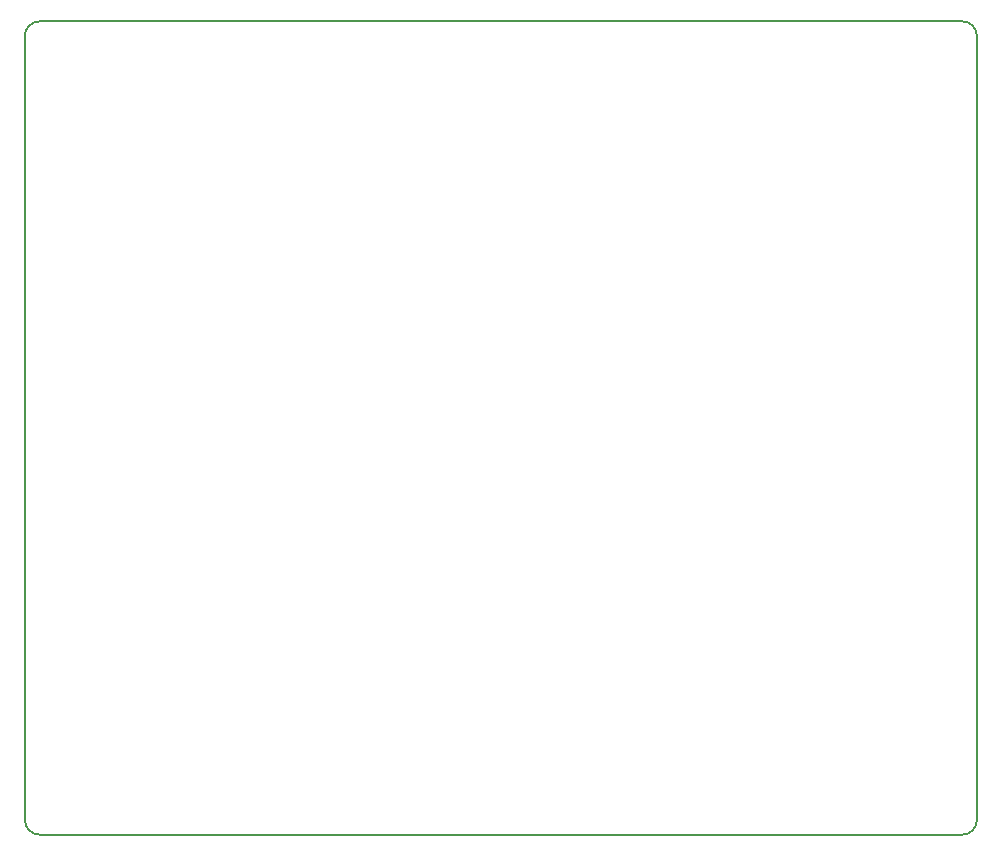
<source format=gbr>
G04 #@! TF.GenerationSoftware,KiCad,Pcbnew,5.0.2+dfsg1-1~bpo9+1*
G04 #@! TF.CreationDate,2019-08-16T14:47:35+01:00*
G04 #@! TF.ProjectId,retro_zero+a_controller,72657472-6f5f-47a6-9572-6f2b615f636f,rev?*
G04 #@! TF.SameCoordinates,Original*
G04 #@! TF.FileFunction,Profile,NP*
%FSLAX46Y46*%
G04 Gerber Fmt 4.6, Leading zero omitted, Abs format (unit mm)*
G04 Created by KiCad (PCBNEW 5.0.2+dfsg1-1~bpo9+1) date Fri 16 Aug 2019 14:47:35 BST*
%MOMM*%
%LPD*%
G01*
G04 APERTURE LIST*
%ADD10C,0.150000*%
G04 APERTURE END LIST*
D10*
X173443900Y-59016900D02*
X173443900Y-125323600D01*
X92824300Y-59004200D02*
X92824300Y-125310900D01*
X172186600Y-57721500D02*
X94145100Y-57721500D01*
X94107000Y-126593600D02*
X172173900Y-126593600D01*
X172173900Y-57721500D02*
G75*
G02X173443900Y-58991500I0J-1270000D01*
G01*
X173443900Y-125323600D02*
G75*
G02X172173900Y-126593600I-1270000J0D01*
G01*
X94107000Y-126593600D02*
G75*
G02X92824300Y-125310900I0J1282700D01*
G01*
X92824300Y-58991500D02*
G75*
G02X94094300Y-57721500I1270000J0D01*
G01*
M02*

</source>
